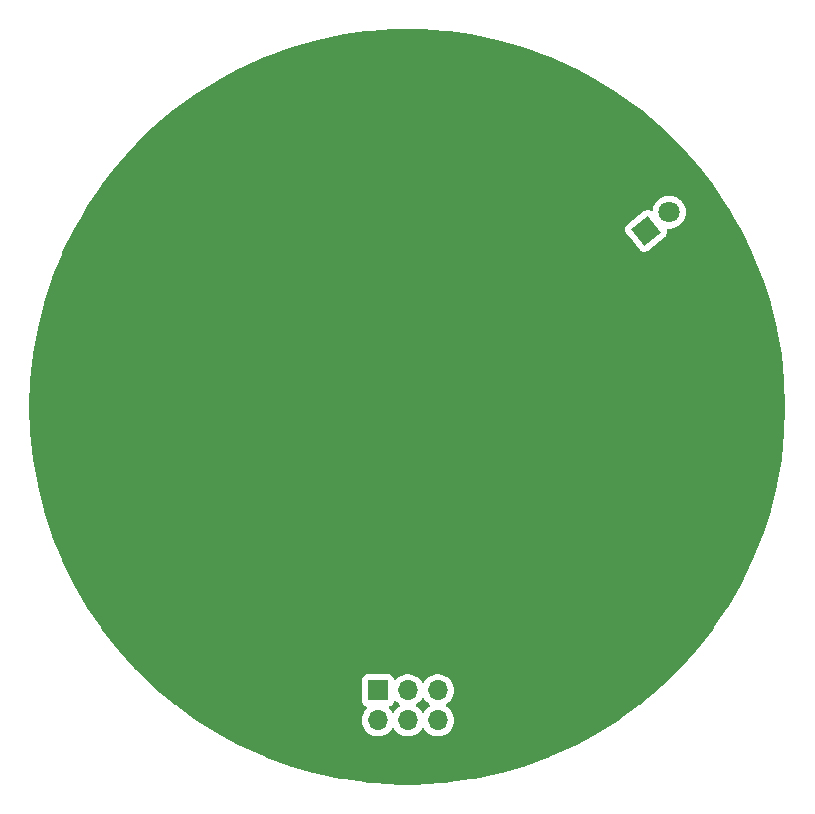
<source format=gbr>
G04 #@! TF.GenerationSoftware,KiCad,Pcbnew,(6.99.0-2452-gdb4f2d9dd8)*
G04 #@! TF.CreationDate,2022-08-01T20:43:05-05:00*
G04 #@! TF.ProjectId,HAS,4841532e-6b69-4636-9164-5f7063625858,rev?*
G04 #@! TF.SameCoordinates,Original*
G04 #@! TF.FileFunction,Copper,L1,Top*
G04 #@! TF.FilePolarity,Positive*
%FSLAX46Y46*%
G04 Gerber Fmt 4.6, Leading zero omitted, Abs format (unit mm)*
G04 Created by KiCad (PCBNEW (6.99.0-2452-gdb4f2d9dd8)) date 2022-08-01 20:43:05*
%MOMM*%
%LPD*%
G01*
G04 APERTURE LIST*
G04 Aperture macros list*
%AMRotRect*
0 Rectangle, with rotation*
0 The origin of the aperture is its center*
0 $1 length*
0 $2 width*
0 $3 Rotation angle, in degrees counterclockwise*
0 Add horizontal line*
21,1,$1,$2,0,0,$3*%
G04 Aperture macros list end*
G04 #@! TA.AperFunction,ComponentPad*
%ADD10RotRect,1.800000X1.800000X39.000000*%
G04 #@! TD*
G04 #@! TA.AperFunction,ComponentPad*
%ADD11C,1.800000*%
G04 #@! TD*
G04 #@! TA.AperFunction,ComponentPad*
%ADD12O,1.700000X1.700000*%
G04 #@! TD*
G04 #@! TA.AperFunction,ComponentPad*
%ADD13R,1.700000X1.700000*%
G04 #@! TD*
G04 APERTURE END LIST*
D10*
X180195934Y-85116326D03*
D11*
X182169886Y-83517853D03*
D12*
X162579999Y-126539999D03*
X162579999Y-123999999D03*
X160039999Y-126539999D03*
X160039999Y-123999999D03*
X157499999Y-126539999D03*
D13*
X157499999Y-123999999D03*
G04 #@! TA.AperFunction,NonConductor*
G36*
X159023439Y-124911388D02*
G01*
X159055755Y-124936638D01*
X159076526Y-124959201D01*
X159116760Y-125002906D01*
X159120879Y-125006112D01*
X159254149Y-125109841D01*
X159294424Y-125141189D01*
X159299005Y-125143668D01*
X159327680Y-125159186D01*
X159378071Y-125209199D01*
X159393423Y-125278516D01*
X159368863Y-125345129D01*
X159327681Y-125380813D01*
X159294424Y-125398811D01*
X159290313Y-125402010D01*
X159290311Y-125402012D01*
X159135861Y-125522227D01*
X159116760Y-125537094D01*
X159113228Y-125540931D01*
X158967806Y-125698899D01*
X158967803Y-125698903D01*
X158964278Y-125702732D01*
X158961427Y-125707096D01*
X158875483Y-125838643D01*
X158821479Y-125884732D01*
X158751132Y-125894307D01*
X158686774Y-125864330D01*
X158664517Y-125838643D01*
X158578573Y-125707096D01*
X158575722Y-125702732D01*
X158572197Y-125698903D01*
X158572194Y-125698899D01*
X158432525Y-125547180D01*
X158401104Y-125483515D01*
X158409091Y-125412969D01*
X158453949Y-125357940D01*
X158481191Y-125343787D01*
X158596204Y-125300889D01*
X158608536Y-125291658D01*
X158706050Y-125218659D01*
X158713261Y-125213261D01*
X158769610Y-125137988D01*
X158795489Y-125103418D01*
X158795490Y-125103416D01*
X158800889Y-125096204D01*
X158844998Y-124977944D01*
X158887545Y-124921108D01*
X158954065Y-124896297D01*
X159023439Y-124911388D01*
G37*
G04 #@! TD.AperFunction*
G04 #@! TA.AperFunction,NonConductor*
G36*
X161393226Y-124675670D02*
G01*
X161415483Y-124701357D01*
X161504278Y-124837268D01*
X161507803Y-124841097D01*
X161507806Y-124841101D01*
X161572511Y-124911388D01*
X161656760Y-125002906D01*
X161660879Y-125006112D01*
X161794149Y-125109841D01*
X161834424Y-125141189D01*
X161839005Y-125143668D01*
X161867680Y-125159186D01*
X161918071Y-125209199D01*
X161933423Y-125278516D01*
X161908863Y-125345129D01*
X161867681Y-125380813D01*
X161834424Y-125398811D01*
X161830313Y-125402010D01*
X161830311Y-125402012D01*
X161675861Y-125522227D01*
X161656760Y-125537094D01*
X161653228Y-125540931D01*
X161507806Y-125698899D01*
X161507803Y-125698903D01*
X161504278Y-125702732D01*
X161501427Y-125707096D01*
X161415483Y-125838643D01*
X161361479Y-125884732D01*
X161291132Y-125894307D01*
X161226774Y-125864330D01*
X161204517Y-125838643D01*
X161118573Y-125707096D01*
X161115722Y-125702732D01*
X161112197Y-125698903D01*
X161112194Y-125698899D01*
X160966772Y-125540931D01*
X160963240Y-125537094D01*
X160944139Y-125522227D01*
X160789689Y-125402012D01*
X160789687Y-125402010D01*
X160785576Y-125398811D01*
X160752320Y-125380814D01*
X160701929Y-125330801D01*
X160686577Y-125261484D01*
X160711137Y-125194871D01*
X160752320Y-125159186D01*
X160780995Y-125143668D01*
X160785576Y-125141189D01*
X160825852Y-125109841D01*
X160959121Y-125006112D01*
X160963240Y-125002906D01*
X161047489Y-124911388D01*
X161112194Y-124841101D01*
X161112197Y-124841097D01*
X161115722Y-124837268D01*
X161204517Y-124701357D01*
X161258521Y-124655268D01*
X161328868Y-124645693D01*
X161393226Y-124675670D01*
G37*
G04 #@! TD.AperFunction*
G04 #@! TA.AperFunction,NonConductor*
G36*
X160963686Y-68019572D02*
G01*
X161273076Y-68030498D01*
X161277418Y-68030727D01*
X163191602Y-68164579D01*
X163196131Y-68164978D01*
X163380241Y-68184547D01*
X163503195Y-68197617D01*
X163507386Y-68198133D01*
X165408799Y-68465360D01*
X165413324Y-68466081D01*
X165715753Y-68520019D01*
X165719733Y-68520797D01*
X167599851Y-68920428D01*
X167604426Y-68921492D01*
X167896750Y-68995229D01*
X167899862Y-68996014D01*
X167903775Y-68997068D01*
X169754019Y-69527617D01*
X169758617Y-69529031D01*
X170045039Y-69623214D01*
X170048662Y-69624469D01*
X171782097Y-70255389D01*
X171860821Y-70284042D01*
X171865388Y-70285806D01*
X172140580Y-70398374D01*
X172143991Y-70399831D01*
X173909856Y-71186044D01*
X173914366Y-71188162D01*
X174089781Y-71274827D01*
X174176342Y-71317594D01*
X174179683Y-71319308D01*
X175890970Y-72229215D01*
X175895458Y-72231719D01*
X176142501Y-72376294D01*
X176145630Y-72378187D01*
X177794589Y-73408571D01*
X177798972Y-73411439D01*
X178029425Y-73569128D01*
X178032333Y-73571178D01*
X179611232Y-74718315D01*
X179615471Y-74721534D01*
X179828040Y-74890177D01*
X179830698Y-74892346D01*
X181331980Y-76152071D01*
X181336068Y-76155655D01*
X181529577Y-76332800D01*
X181532025Y-76335101D01*
X182948373Y-77702851D01*
X182952268Y-77706782D01*
X183125889Y-77889847D01*
X183128103Y-77892243D01*
X184452464Y-79363095D01*
X184456139Y-79367364D01*
X184609213Y-79553467D01*
X184611191Y-79555935D01*
X185836852Y-81124709D01*
X185840219Y-81129225D01*
X185955273Y-81291162D01*
X185972517Y-81315434D01*
X185974261Y-81317953D01*
X187094659Y-82979012D01*
X187097797Y-82983905D01*
X187209345Y-83167021D01*
X187210775Y-83169432D01*
X187673969Y-83971707D01*
X188219695Y-84916933D01*
X188222538Y-84922137D01*
X188313768Y-85098867D01*
X188315054Y-85101428D01*
X189206434Y-86929026D01*
X189208946Y-86934506D01*
X189280770Y-87101613D01*
X189281786Y-87104049D01*
X190049988Y-89005417D01*
X190052145Y-89011152D01*
X190105755Y-89164983D01*
X190106606Y-89167512D01*
X190746185Y-91135937D01*
X190747962Y-91141903D01*
X190785139Y-91279033D01*
X190785769Y-91281457D01*
X191291565Y-93310099D01*
X191292941Y-93316271D01*
X191304745Y-93376304D01*
X191315907Y-93433073D01*
X191316348Y-93435437D01*
X191683432Y-95517275D01*
X191684386Y-95523628D01*
X191695909Y-95616426D01*
X191696179Y-95618782D01*
X191919824Y-97746620D01*
X191920337Y-97753122D01*
X191923795Y-97818365D01*
X191923895Y-97820637D01*
X191998951Y-99969968D01*
X191999008Y-99972139D01*
X191999461Y-99997774D01*
X191999461Y-100002226D01*
X191999008Y-100027861D01*
X191998951Y-100030032D01*
X191923895Y-102179363D01*
X191923795Y-102181635D01*
X191920337Y-102246878D01*
X191919824Y-102253380D01*
X191696179Y-104381218D01*
X191695909Y-104383574D01*
X191684386Y-104476372D01*
X191683432Y-104482725D01*
X191316348Y-106564563D01*
X191315907Y-106566927D01*
X191304745Y-106623696D01*
X191292941Y-106683729D01*
X191291565Y-106689901D01*
X190785769Y-108718543D01*
X190785139Y-108720967D01*
X190753193Y-108838804D01*
X190747962Y-108858097D01*
X190746185Y-108864063D01*
X190106606Y-110832488D01*
X190105755Y-110835017D01*
X190052145Y-110988848D01*
X190049991Y-110994574D01*
X189281786Y-112895951D01*
X189280770Y-112898387D01*
X189218171Y-113044031D01*
X189208946Y-113065494D01*
X189206434Y-113070974D01*
X188315054Y-114898572D01*
X188313768Y-114901133D01*
X188222538Y-115077863D01*
X188219695Y-115083067D01*
X187210775Y-116830568D01*
X187209345Y-116832979D01*
X187097806Y-117016081D01*
X187094659Y-117020988D01*
X185974261Y-118682047D01*
X185972517Y-118684566D01*
X185840219Y-118870775D01*
X185836852Y-118875291D01*
X184819231Y-120177786D01*
X184611191Y-120444065D01*
X184609213Y-120446533D01*
X184456139Y-120632636D01*
X184452464Y-120636905D01*
X183128103Y-122107757D01*
X183125889Y-122110153D01*
X182952268Y-122293218D01*
X182948373Y-122297149D01*
X181532025Y-123664899D01*
X181529577Y-123667200D01*
X181336068Y-123844345D01*
X181331980Y-123847929D01*
X179830698Y-125107654D01*
X179828040Y-125109823D01*
X179653442Y-125248342D01*
X179615482Y-125278458D01*
X179611232Y-125281685D01*
X178032333Y-126428822D01*
X178029425Y-126430872D01*
X177798972Y-126588561D01*
X177794589Y-126591429D01*
X176145630Y-127621813D01*
X176142501Y-127623706D01*
X175895458Y-127768281D01*
X175890970Y-127770785D01*
X174179683Y-128680692D01*
X174176342Y-128682406D01*
X174089781Y-128725173D01*
X173914366Y-128811838D01*
X173909856Y-128813956D01*
X172143991Y-129600169D01*
X172140580Y-129601626D01*
X171865388Y-129714194D01*
X171860821Y-129715958D01*
X170048662Y-130375531D01*
X170045039Y-130376786D01*
X169758617Y-130470969D01*
X169754019Y-130472383D01*
X167997160Y-130976154D01*
X167903774Y-131002932D01*
X167899862Y-131003986D01*
X167604426Y-131078508D01*
X167599851Y-131079572D01*
X165719733Y-131479203D01*
X165715753Y-131479981D01*
X165413324Y-131533919D01*
X165408799Y-131534640D01*
X163507386Y-131801867D01*
X163503195Y-131802383D01*
X163380241Y-131815453D01*
X163196131Y-131835022D01*
X163191602Y-131835421D01*
X161277418Y-131969273D01*
X161273076Y-131969502D01*
X160963686Y-131980428D01*
X160959239Y-131980506D01*
X159040761Y-131980506D01*
X159036314Y-131980428D01*
X158726924Y-131969502D01*
X158722582Y-131969273D01*
X156808398Y-131835421D01*
X156803869Y-131835022D01*
X156619759Y-131815453D01*
X156496805Y-131802383D01*
X156492614Y-131801867D01*
X154591201Y-131534640D01*
X154586676Y-131533919D01*
X154284247Y-131479981D01*
X154280267Y-131479203D01*
X152400149Y-131079572D01*
X152395574Y-131078508D01*
X152100138Y-131003986D01*
X152096226Y-131002932D01*
X152002841Y-130976154D01*
X150245981Y-130472383D01*
X150241383Y-130470969D01*
X149954961Y-130376786D01*
X149951338Y-130375531D01*
X148139179Y-129715958D01*
X148134612Y-129714194D01*
X147859420Y-129601626D01*
X147856009Y-129600169D01*
X146090144Y-128813956D01*
X146085634Y-128811838D01*
X145910219Y-128725173D01*
X145823658Y-128682406D01*
X145820317Y-128680692D01*
X144109030Y-127770785D01*
X144104542Y-127768281D01*
X143857499Y-127623706D01*
X143854370Y-127621813D01*
X142205411Y-126591429D01*
X142201028Y-126588561D01*
X142130059Y-126540000D01*
X156136844Y-126540000D01*
X156137274Y-126545189D01*
X156152480Y-126728690D01*
X156155436Y-126764368D01*
X156210704Y-126982616D01*
X156301140Y-127188791D01*
X156303990Y-127193153D01*
X156303992Y-127193157D01*
X156318701Y-127215670D01*
X156424278Y-127377268D01*
X156427803Y-127381097D01*
X156427806Y-127381101D01*
X156529360Y-127491417D01*
X156576760Y-127542906D01*
X156580879Y-127546112D01*
X156680571Y-127623706D01*
X156754424Y-127681189D01*
X156952426Y-127788342D01*
X157165365Y-127861444D01*
X157170499Y-127862301D01*
X157170504Y-127862302D01*
X157382294Y-127897643D01*
X157382296Y-127897643D01*
X157387431Y-127898500D01*
X157612569Y-127898500D01*
X157617704Y-127897643D01*
X157617706Y-127897643D01*
X157829496Y-127862302D01*
X157829501Y-127862301D01*
X157834635Y-127861444D01*
X158047574Y-127788342D01*
X158245576Y-127681189D01*
X158319430Y-127623706D01*
X158419121Y-127546112D01*
X158423240Y-127542906D01*
X158470640Y-127491417D01*
X158572194Y-127381101D01*
X158572197Y-127381097D01*
X158575722Y-127377268D01*
X158664517Y-127241357D01*
X158718521Y-127195268D01*
X158788868Y-127185693D01*
X158853226Y-127215670D01*
X158875483Y-127241357D01*
X158964278Y-127377268D01*
X158967803Y-127381097D01*
X158967806Y-127381101D01*
X159069360Y-127491417D01*
X159116760Y-127542906D01*
X159120879Y-127546112D01*
X159220571Y-127623706D01*
X159294424Y-127681189D01*
X159492426Y-127788342D01*
X159705365Y-127861444D01*
X159710499Y-127862301D01*
X159710504Y-127862302D01*
X159922294Y-127897643D01*
X159922296Y-127897643D01*
X159927431Y-127898500D01*
X160152569Y-127898500D01*
X160157704Y-127897643D01*
X160157706Y-127897643D01*
X160369496Y-127862302D01*
X160369501Y-127862301D01*
X160374635Y-127861444D01*
X160587574Y-127788342D01*
X160785576Y-127681189D01*
X160859430Y-127623706D01*
X160959121Y-127546112D01*
X160963240Y-127542906D01*
X161010640Y-127491417D01*
X161112194Y-127381101D01*
X161112197Y-127381097D01*
X161115722Y-127377268D01*
X161204517Y-127241357D01*
X161258521Y-127195268D01*
X161328868Y-127185693D01*
X161393226Y-127215670D01*
X161415483Y-127241357D01*
X161504278Y-127377268D01*
X161507803Y-127381097D01*
X161507806Y-127381101D01*
X161609360Y-127491417D01*
X161656760Y-127542906D01*
X161660879Y-127546112D01*
X161760571Y-127623706D01*
X161834424Y-127681189D01*
X162032426Y-127788342D01*
X162245365Y-127861444D01*
X162250499Y-127862301D01*
X162250504Y-127862302D01*
X162462294Y-127897643D01*
X162462296Y-127897643D01*
X162467431Y-127898500D01*
X162692569Y-127898500D01*
X162697704Y-127897643D01*
X162697706Y-127897643D01*
X162909496Y-127862302D01*
X162909501Y-127862301D01*
X162914635Y-127861444D01*
X163127574Y-127788342D01*
X163325576Y-127681189D01*
X163399430Y-127623706D01*
X163499121Y-127546112D01*
X163503240Y-127542906D01*
X163550640Y-127491417D01*
X163652194Y-127381101D01*
X163652197Y-127381097D01*
X163655722Y-127377268D01*
X163761299Y-127215670D01*
X163776008Y-127193157D01*
X163776010Y-127193153D01*
X163778860Y-127188791D01*
X163869296Y-126982616D01*
X163924564Y-126764368D01*
X163927521Y-126728690D01*
X163942726Y-126545189D01*
X163943156Y-126540000D01*
X163934113Y-126430872D01*
X163924995Y-126320828D01*
X163924994Y-126320823D01*
X163924564Y-126315632D01*
X163869296Y-126097384D01*
X163778860Y-125891209D01*
X163774629Y-125884732D01*
X163658573Y-125707096D01*
X163655722Y-125702732D01*
X163652197Y-125698903D01*
X163652194Y-125698899D01*
X163506772Y-125540931D01*
X163503240Y-125537094D01*
X163484139Y-125522227D01*
X163329689Y-125402012D01*
X163329687Y-125402010D01*
X163325576Y-125398811D01*
X163292320Y-125380814D01*
X163241929Y-125330801D01*
X163226577Y-125261484D01*
X163251137Y-125194871D01*
X163292320Y-125159186D01*
X163320995Y-125143668D01*
X163325576Y-125141189D01*
X163365852Y-125109841D01*
X163499121Y-125006112D01*
X163503240Y-125002906D01*
X163587489Y-124911388D01*
X163652194Y-124841101D01*
X163652197Y-124841097D01*
X163655722Y-124837268D01*
X163733538Y-124718162D01*
X163776008Y-124653157D01*
X163776010Y-124653153D01*
X163778860Y-124648791D01*
X163869296Y-124442616D01*
X163924564Y-124224368D01*
X163943156Y-124000000D01*
X163924564Y-123775632D01*
X163869296Y-123557384D01*
X163778860Y-123351209D01*
X163774629Y-123344732D01*
X163658573Y-123167096D01*
X163655722Y-123162732D01*
X163652197Y-123158903D01*
X163652194Y-123158899D01*
X163506772Y-123000931D01*
X163503240Y-122997094D01*
X163325576Y-122858811D01*
X163127574Y-122751658D01*
X162914635Y-122678556D01*
X162909501Y-122677699D01*
X162909496Y-122677698D01*
X162697706Y-122642357D01*
X162697704Y-122642357D01*
X162692569Y-122641500D01*
X162467431Y-122641500D01*
X162462296Y-122642357D01*
X162462294Y-122642357D01*
X162250504Y-122677698D01*
X162250499Y-122677699D01*
X162245365Y-122678556D01*
X162032426Y-122751658D01*
X161834424Y-122858811D01*
X161656760Y-122997094D01*
X161653228Y-123000931D01*
X161507806Y-123158899D01*
X161507803Y-123158903D01*
X161504278Y-123162732D01*
X161501427Y-123167096D01*
X161415483Y-123298643D01*
X161361479Y-123344732D01*
X161291132Y-123354307D01*
X161226774Y-123324330D01*
X161204517Y-123298643D01*
X161118573Y-123167096D01*
X161115722Y-123162732D01*
X161112197Y-123158903D01*
X161112194Y-123158899D01*
X160966772Y-123000931D01*
X160963240Y-122997094D01*
X160785576Y-122858811D01*
X160587574Y-122751658D01*
X160374635Y-122678556D01*
X160369501Y-122677699D01*
X160369496Y-122677698D01*
X160157706Y-122642357D01*
X160157704Y-122642357D01*
X160152569Y-122641500D01*
X159927431Y-122641500D01*
X159922296Y-122642357D01*
X159922294Y-122642357D01*
X159710504Y-122677698D01*
X159710499Y-122677699D01*
X159705365Y-122678556D01*
X159492426Y-122751658D01*
X159294424Y-122858811D01*
X159116760Y-122997094D01*
X159113228Y-123000931D01*
X159055755Y-123063362D01*
X158994901Y-123099933D01*
X158923937Y-123097798D01*
X158865392Y-123057636D01*
X158844998Y-123022056D01*
X158804038Y-122912239D01*
X158804037Y-122912237D01*
X158800889Y-122903796D01*
X158713261Y-122786739D01*
X158596204Y-122699111D01*
X158459201Y-122648011D01*
X158422295Y-122644043D01*
X158401988Y-122641860D01*
X158401985Y-122641860D01*
X158398638Y-122641500D01*
X156601362Y-122641500D01*
X156598015Y-122641860D01*
X156598012Y-122641860D01*
X156577705Y-122644043D01*
X156540799Y-122648011D01*
X156403796Y-122699111D01*
X156286739Y-122786739D01*
X156199111Y-122903796D01*
X156148011Y-123040799D01*
X156141500Y-123101362D01*
X156141500Y-124898638D01*
X156148011Y-124959201D01*
X156199111Y-125096204D01*
X156204510Y-125103416D01*
X156204511Y-125103418D01*
X156230390Y-125137988D01*
X156286739Y-125213261D01*
X156293950Y-125218659D01*
X156391465Y-125291658D01*
X156403796Y-125300889D01*
X156518808Y-125343787D01*
X156575642Y-125386333D01*
X156600453Y-125452853D01*
X156585361Y-125522227D01*
X156567475Y-125547180D01*
X156427806Y-125698899D01*
X156427803Y-125698903D01*
X156424278Y-125702732D01*
X156421427Y-125707096D01*
X156305372Y-125884732D01*
X156301140Y-125891209D01*
X156210704Y-126097384D01*
X156155436Y-126315632D01*
X156155006Y-126320823D01*
X156155005Y-126320828D01*
X156145887Y-126430872D01*
X156136844Y-126540000D01*
X142130059Y-126540000D01*
X141970575Y-126430872D01*
X141967667Y-126428822D01*
X140388768Y-125281685D01*
X140384518Y-125278458D01*
X140346558Y-125248342D01*
X140171960Y-125109823D01*
X140169302Y-125107654D01*
X138668020Y-123847929D01*
X138663932Y-123844345D01*
X138470423Y-123667200D01*
X138467975Y-123664899D01*
X137051627Y-122297149D01*
X137047732Y-122293218D01*
X136874111Y-122110153D01*
X136871897Y-122107757D01*
X135547536Y-120636905D01*
X135543861Y-120632636D01*
X135390787Y-120446533D01*
X135388809Y-120444065D01*
X135180769Y-120177786D01*
X134163148Y-118875291D01*
X134159781Y-118870775D01*
X134027483Y-118684566D01*
X134025739Y-118682047D01*
X132905341Y-117020988D01*
X132902194Y-117016081D01*
X132790655Y-116832979D01*
X132789225Y-116830568D01*
X131780305Y-115083067D01*
X131777462Y-115077863D01*
X131686232Y-114901133D01*
X131684946Y-114898572D01*
X130793566Y-113070974D01*
X130791054Y-113065494D01*
X130781829Y-113044031D01*
X130719230Y-112898387D01*
X130718214Y-112895951D01*
X129950009Y-110994574D01*
X129947855Y-110988848D01*
X129894245Y-110835017D01*
X129893394Y-110832488D01*
X129253815Y-108864063D01*
X129252038Y-108858097D01*
X129246807Y-108838804D01*
X129214861Y-108720967D01*
X129214231Y-108718543D01*
X128708435Y-106689901D01*
X128707059Y-106683729D01*
X128695255Y-106623696D01*
X128684093Y-106566927D01*
X128683652Y-106564563D01*
X128316568Y-104482725D01*
X128315614Y-104476372D01*
X128304091Y-104383574D01*
X128303821Y-104381218D01*
X128080176Y-102253380D01*
X128079663Y-102246878D01*
X128076205Y-102181635D01*
X128076105Y-102179363D01*
X128001049Y-100030032D01*
X128000992Y-100027861D01*
X128000539Y-100002226D01*
X128000539Y-99997774D01*
X128000992Y-99972139D01*
X128001049Y-99969968D01*
X128076105Y-97820637D01*
X128076205Y-97818365D01*
X128079663Y-97753122D01*
X128080176Y-97746620D01*
X128303821Y-95618782D01*
X128304091Y-95616426D01*
X128315614Y-95523628D01*
X128316568Y-95517275D01*
X128683652Y-93435437D01*
X128684093Y-93433073D01*
X128695255Y-93376304D01*
X128707059Y-93316271D01*
X128708435Y-93310099D01*
X129214231Y-91281457D01*
X129214861Y-91279033D01*
X129252038Y-91141903D01*
X129253815Y-91135937D01*
X129893394Y-89167512D01*
X129894245Y-89164983D01*
X129947855Y-89011152D01*
X129950012Y-89005417D01*
X130718214Y-87104049D01*
X130719230Y-87101613D01*
X130791054Y-86934506D01*
X130793566Y-86929026D01*
X131684946Y-85101428D01*
X131686232Y-85098867D01*
X131773617Y-84929585D01*
X178419201Y-84929585D01*
X178424768Y-85075701D01*
X178471274Y-85214331D01*
X178504328Y-85265495D01*
X178506459Y-85268126D01*
X178506460Y-85268128D01*
X178756056Y-85576353D01*
X179698322Y-86739955D01*
X179741496Y-86782924D01*
X179748279Y-86786927D01*
X179748282Y-86786929D01*
X179832645Y-86836712D01*
X179867427Y-86857237D01*
X180009193Y-86893061D01*
X180018197Y-86892718D01*
X180018198Y-86892718D01*
X180099623Y-86889616D01*
X180155309Y-86887494D01*
X180275451Y-86847190D01*
X180286466Y-86843495D01*
X180293939Y-86840988D01*
X180345103Y-86807934D01*
X180432291Y-86737331D01*
X181816939Y-85616065D01*
X181816940Y-85616064D01*
X181819563Y-85613940D01*
X181862532Y-85570766D01*
X181866535Y-85563983D01*
X181866537Y-85563980D01*
X181932265Y-85452596D01*
X181936845Y-85444835D01*
X181972669Y-85303069D01*
X181967102Y-85156953D01*
X181945455Y-85092425D01*
X181942754Y-85021481D01*
X181978836Y-84960338D01*
X182042248Y-84928408D01*
X182064913Y-84926353D01*
X182286598Y-84926353D01*
X182291732Y-84925496D01*
X182291735Y-84925496D01*
X182511698Y-84888791D01*
X182511703Y-84888790D01*
X182516837Y-84887933D01*
X182737613Y-84812140D01*
X182782555Y-84787819D01*
X182938322Y-84703522D01*
X182942903Y-84701043D01*
X182947016Y-84697842D01*
X183122988Y-84560877D01*
X183122994Y-84560872D01*
X183127106Y-84557671D01*
X183174911Y-84505742D01*
X183281672Y-84389769D01*
X183281675Y-84389765D01*
X183285200Y-84385936D01*
X183412870Y-84190522D01*
X183506635Y-83976760D01*
X183541903Y-83837492D01*
X183562656Y-83755538D01*
X183562656Y-83755537D01*
X183563937Y-83750479D01*
X183583213Y-83517853D01*
X183577568Y-83449730D01*
X183564368Y-83290423D01*
X183564367Y-83290418D01*
X183563937Y-83285227D01*
X183506635Y-83058946D01*
X183412870Y-82845184D01*
X183285200Y-82649770D01*
X183281675Y-82645941D01*
X183281672Y-82645937D01*
X183130638Y-82481872D01*
X183127106Y-82478035D01*
X183122994Y-82474834D01*
X183122988Y-82474829D01*
X182947016Y-82337864D01*
X182947014Y-82337862D01*
X182942903Y-82334663D01*
X182737613Y-82223566D01*
X182516837Y-82147773D01*
X182511703Y-82146916D01*
X182511698Y-82146915D01*
X182291735Y-82110210D01*
X182291732Y-82110210D01*
X182286598Y-82109353D01*
X182053174Y-82109353D01*
X182048040Y-82110210D01*
X182048037Y-82110210D01*
X181828074Y-82146915D01*
X181828069Y-82146916D01*
X181822935Y-82147773D01*
X181602159Y-82223566D01*
X181396869Y-82334663D01*
X181392758Y-82337862D01*
X181392756Y-82337864D01*
X181216784Y-82474829D01*
X181216778Y-82474834D01*
X181212666Y-82478035D01*
X181209134Y-82481872D01*
X181058100Y-82645937D01*
X181058097Y-82645941D01*
X181054572Y-82649770D01*
X180926902Y-82845184D01*
X180833137Y-83058946D01*
X180775835Y-83285227D01*
X180774170Y-83305319D01*
X180773580Y-83312438D01*
X180748020Y-83378674D01*
X180690707Y-83420577D01*
X180619839Y-83424842D01*
X180583974Y-83410547D01*
X180559225Y-83395942D01*
X180524443Y-83375417D01*
X180382677Y-83339593D01*
X180373673Y-83339936D01*
X180373672Y-83339936D01*
X180292247Y-83343038D01*
X180236561Y-83345160D01*
X180097931Y-83391666D01*
X180046767Y-83424720D01*
X180044136Y-83426851D01*
X180044134Y-83426852D01*
X178652427Y-84553834D01*
X178572307Y-84618714D01*
X178529338Y-84661888D01*
X178525335Y-84668671D01*
X178525333Y-84668674D01*
X178508121Y-84697842D01*
X178455025Y-84787819D01*
X178419201Y-84929585D01*
X131773617Y-84929585D01*
X131777462Y-84922137D01*
X131780305Y-84916933D01*
X132326031Y-83971707D01*
X132789225Y-83169432D01*
X132790655Y-83167021D01*
X132902203Y-82983905D01*
X132905341Y-82979012D01*
X133700594Y-81800000D01*
X162599458Y-81800000D01*
X162599617Y-81800383D01*
X162600000Y-81800542D01*
X162600383Y-81800383D01*
X162600542Y-81800000D01*
X162600383Y-81799617D01*
X162600000Y-81799458D01*
X162599617Y-81799617D01*
X162599458Y-81800000D01*
X133700594Y-81800000D01*
X134025739Y-81317953D01*
X134027483Y-81315434D01*
X134044727Y-81291162D01*
X134159781Y-81129225D01*
X134163148Y-81124709D01*
X135388809Y-79555935D01*
X135390787Y-79553467D01*
X135543861Y-79367364D01*
X135547536Y-79363095D01*
X136871897Y-77892243D01*
X136874111Y-77889847D01*
X137047732Y-77706782D01*
X137051627Y-77702851D01*
X138467975Y-76335101D01*
X138470423Y-76332800D01*
X138663932Y-76155655D01*
X138668020Y-76152071D01*
X140169302Y-74892346D01*
X140171960Y-74890177D01*
X140384529Y-74721534D01*
X140388768Y-74718315D01*
X141967667Y-73571178D01*
X141970575Y-73569128D01*
X142201028Y-73411439D01*
X142205411Y-73408571D01*
X143854370Y-72378187D01*
X143857499Y-72376294D01*
X144104542Y-72231719D01*
X144109030Y-72229215D01*
X145820317Y-71319308D01*
X145823658Y-71317594D01*
X145910219Y-71274827D01*
X146085634Y-71188162D01*
X146090144Y-71186044D01*
X147856009Y-70399831D01*
X147859420Y-70398374D01*
X148134612Y-70285806D01*
X148139179Y-70284042D01*
X148217903Y-70255389D01*
X149951338Y-69624469D01*
X149954961Y-69623214D01*
X150241383Y-69529031D01*
X150245981Y-69527617D01*
X152096225Y-68997068D01*
X152100138Y-68996014D01*
X152103250Y-68995229D01*
X152395574Y-68921492D01*
X152400149Y-68920428D01*
X154280267Y-68520797D01*
X154284247Y-68520019D01*
X154586676Y-68466081D01*
X154591201Y-68465360D01*
X156492614Y-68198133D01*
X156496805Y-68197617D01*
X156619759Y-68184547D01*
X156803869Y-68164978D01*
X156808398Y-68164579D01*
X158722582Y-68030727D01*
X158726924Y-68030498D01*
X159036314Y-68019572D01*
X159040761Y-68019494D01*
X160959239Y-68019494D01*
X160963686Y-68019572D01*
G37*
G04 #@! TD.AperFunction*
M02*

</source>
